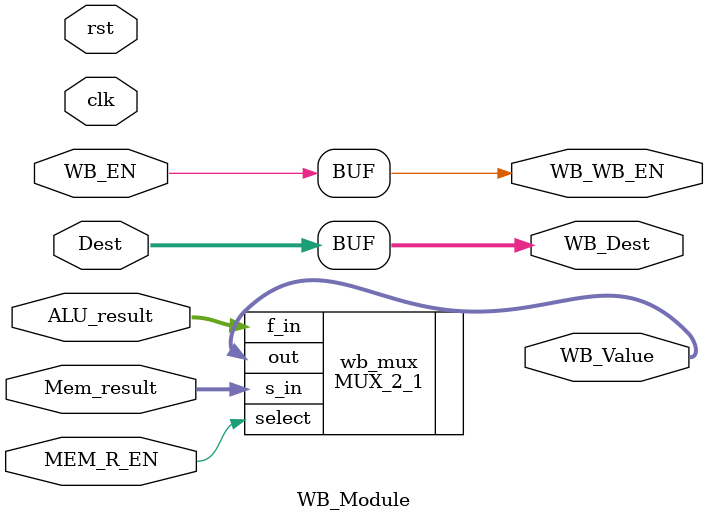
<source format=v>
module WB_Module (
	input clk, rst,
    input WB_EN,
    input MEM_R_EN,
    input [31:0] ALU_result, Mem_result,
    input [3:0] Dest,
    output[3:0] WB_Dest,
    output[31:0] WB_Value,
    output WB_WB_EN
    );

	assign WB_WB_EN = WB_EN;
    assign WB_Dest = Dest;

    MUX_2_1 #(32) wb_mux(
        .f_in(ALU_result),
        .s_in(Mem_result),
        .select(MEM_R_EN),
        .out(WB_Value)
    );

endmodule
</source>
